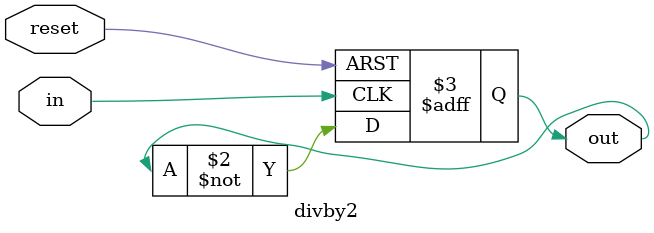
<source format=v>
`timescale 1ns/1ns


module divby2 (in, reset, out);
output out;
input in, reset;

reg out;

always @ (posedge in or posedge reset) begin
  if (reset) begin
    out <= 0;
  end else begin
    out <= ~out;
  end
end

endmodule


</source>
